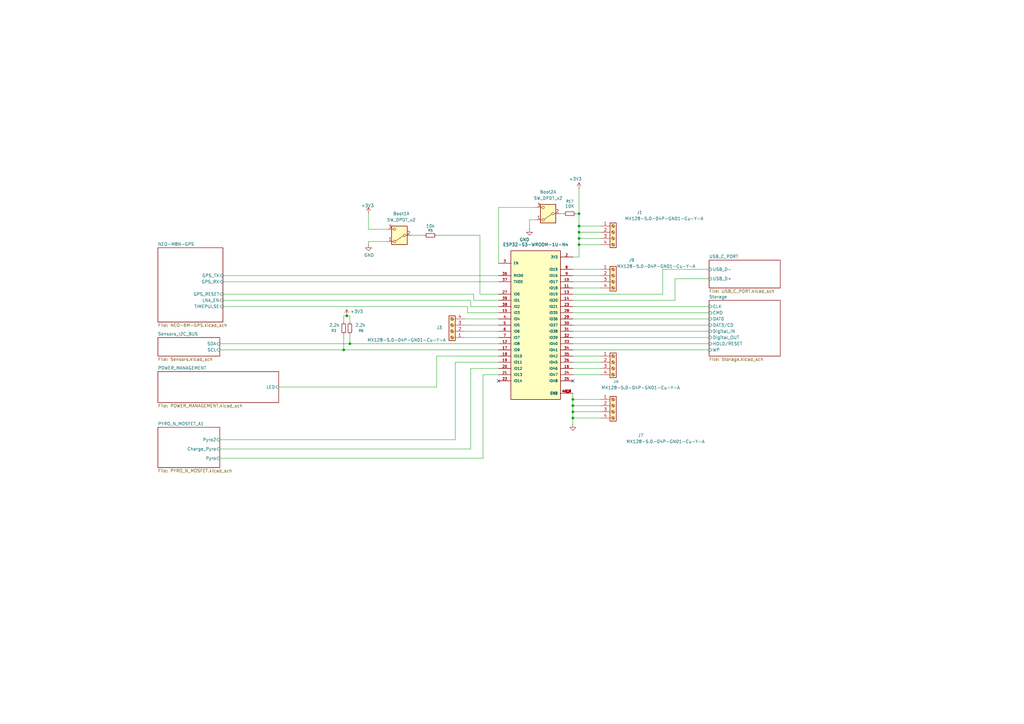
<source format=kicad_sch>
(kicad_sch (version 20250114) (generator "eeschema") (generator_version "9.0")
  (paper "A3")
  (title_block (title "Flight Computer") (date "2025-10-28") (rev "2.01") (company "TSK Rocket Labs"))
  (lib_symbols
    (symbol "Connector:Screw_Terminal_01x04" (pin_names (offset 1.016) (hide yes))
      (property "Reference" "J" (at 0 5.08 0))
      (property "Value" "Screw_Terminal_01x04" (at 0 -7.62 0))
      (symbol "Screw_Terminal_01x04_1_1"
        (rectangle (start -1.27 3.81) (end 1.27 -6.35) (stroke (width 0.254)) (fill (type background)))
        (polyline (pts (xy -0.5334 2.8702) (xy 0.3302 2.032)) (stroke (width 0.1524)))
        (polyline (pts (xy -0.5334 0.3302) (xy 0.3302 -0.508)) (stroke (width 0.1524)))
        (polyline (pts (xy -0.5334 -2.2098) (xy 0.3302 -3.048)) (stroke (width 0.1524)))
        (polyline (pts (xy -0.5334 -4.7498) (xy 0.3302 -5.588)) (stroke (width 0.1524)))
        (polyline (pts (xy -0.3556 3.048) (xy 0.508 2.2098)) (stroke (width 0.1524)))
        (polyline (pts (xy -0.3556 0.508) (xy 0.508 -0.3302)) (stroke (width 0.1524)))
        (polyline (pts (xy -0.3556 -2.032) (xy 0.508 -2.8702)) (stroke (width 0.1524)))
        (polyline (pts (xy -0.3556 -4.572) (xy 0.508 -5.4102)) (stroke (width 0.1524)))
        (circle (center 0 2.54) (radius 0.635) (stroke (width 0.1524)))
        (circle (center 0 0) (radius 0.635) (stroke (width 0.1524)))
        (circle (center 0 -2.54) (radius 0.635) (stroke (width 0.1524)))
        (circle (center 0 -5.08) (radius 0.635) (stroke (width 0.1524)))
        (pin passive line (at -5.08 2.54 0) (length 3.81) (name "Pin_1") (number "1"))
        (pin passive line (at -5.08 0 0) (length 3.81) (name "Pin_2") (number "2"))
        (pin passive line (at -5.08 -2.54 0) (length 3.81) (name "Pin_3") (number "3"))
        (pin passive line (at -5.08 -5.08 0) (length 3.81) (name "Pin_4") (number "4"))
      )
    )
    (symbol "Device:R_Small" (pin_numbers (hide yes)) (pin_names (offset 0.254) (hide yes))
      (property "Reference" "R" (at 0 0 90))
      (property "Value" "R_Small" (at 1.778 0 90))
      (symbol "R_Small_0_1"
        (rectangle (start -0.762 1.778) (end 0.762 -1.778) (stroke (width 0.2032)))
      )
      (symbol "R_Small_1_1"
        (pin passive line (at 0 2.54 270) (length 0.762) (name "~") (number "1"))
        (pin passive line (at 0 -2.54 90) (length 0.762) (name "~") (number "2"))
      )
    )
    (symbol "ESP32-S3-WROOM-1U:ESP32-S3-WROOM-1U" (pin_names (offset 1.016))
      (property "Reference" "U" (at -10.16 31.369 0))
      (property "Value" "ESP32-S3-WROOM-1U" (at -10.16 -33.02 0))
      (symbol "ESP32-S3-WROOM-1U_0_0"
        (rectangle (start -10.16 -30.48) (end 10.16 30.48) (stroke (width 0.254)) (fill (type background)))
        (pin input line (at -15.24 25.4 0) (length 5.08) (name "EN") (number "3"))
        (pin bidirectional line (at -15.24 20.32 0) (length 5.08) (name "RXD0") (number "36"))
        (pin bidirectional line (at -15.24 17.78 0) (length 5.08) (name "TXD0") (number "37"))
        (pin bidirectional line (at -15.24 12.7 0) (length 5.08) (name "IO0") (number "27"))
        (pin bidirectional line (at -15.24 10.16 0) (length 5.08) (name "IO1") (number "39"))
        (pin bidirectional line (at -15.24 7.62 0) (length 5.08) (name "IO2") (number "38"))
        (pin bidirectional line (at -15.24 5.08 0) (length 5.08) (name "IO3") (number "15"))
        (pin bidirectional line (at -15.24 2.54 0) (length 5.08) (name "IO4") (number "4"))
        (pin bidirectional line (at -15.24 0 0) (length 5.08) (name "IO5") (number "5"))
        (pin bidirectional line (at -15.24 -2.54 0) (length 5.08) (name "IO6") (number "6"))
        (pin bidirectional line (at -15.24 -5.08 0) (length 5.08) (name "IO7") (number "7"))
        (pin bidirectional line (at -15.24 -7.62 0) (length 5.08) (name "IO8") (number "12"))
        (pin bidirectional line (at -15.24 -10.16 0) (length 5.08) (name "IO9") (number "17"))
        (pin bidirectional line (at -15.24 -12.7 0) (length 5.08) (name "IO10") (number "18"))
        (pin bidirectional line (at -15.24 -15.24 0) (length 5.08) (name "IO11") (number "19"))
        (pin bidirectional line (at -15.24 -17.78 0) (length 5.08) (name "IO12") (number "20"))
        (pin bidirectional line (at -15.24 -20.32 0) (length 5.08) (name "IO13") (number "21"))
        (pin bidirectional line (at -15.24 -22.86 0) (length 5.08) (name "IO14") (number "22"))
        (pin power_in line (at 15.24 27.94 180) (length 5.08) (name "3V3") (number "2"))
        (pin bidirectional line (at 15.24 22.86 180) (length 5.08) (name "IO15") (number "8"))
        (pin bidirectional line (at 15.24 20.32 180) (length 5.08) (name "IO16") (number "9"))
        (pin bidirectional line (at 15.24 17.78 180) (length 5.08) (name "IO17") (number "10"))
        (pin bidirectional line (at 15.24 15.24 180) (length 5.08) (name "IO18") (number "11"))
        (pin bidirectional line (at 15.24 12.7 180) (length 5.08) (name "IO19") (number "13"))
        (pin bidirectional line (at 15.24 10.16 180) (length 5.08) (name "IO20") (number "14"))
        (pin bidirectional line (at 15.24 7.62 180) (length 5.08) (name "IO21") (number "23"))
        (pin bidirectional line (at 15.24 5.08 180) (length 5.08) (name "IO35") (number "28"))
        (pin bidirectional line (at 15.24 2.54 180) (length 5.08) (name "IO36") (number "29"))
        (pin bidirectional line (at 15.24 0 180) (length 5.08) (name "IO37") (number "30"))
        (pin bidirectional line (at 15.24 -2.54 180) (length 5.08) (name "IO38") (number "31"))
        (pin bidirectional line (at 15.24 -5.08 180) (length 5.08) (name "IO39") (number "32"))
        (pin bidirectional line (at 15.24 -7.62 180) (length 5.08) (name "IO40") (number "33"))
        (pin bidirectional line (at 15.24 -10.16 180) (length 5.08) (name "IO41") (number "34"))
        (pin bidirectional line (at 15.24 -12.7 180) (length 5.08) (name "IO42") (number "35"))
        (pin bidirectional line (at 15.24 -15.24 180) (length 5.08) (name "IO45") (number "26"))
        (pin bidirectional line (at 15.24 -17.78 180) (length 5.08) (name "IO46") (number "16"))
        (pin bidirectional line (at 15.24 -20.32 180) (length 5.08) (name "IO47") (number "24"))
        (pin bidirectional line (at 15.24 -22.86 180) (length 5.08) (name "IO48") (number "25"))
        (pin power_in line (at 15.24 -27.94 180) (length 5.08) (name "GND") (number "1"))
        (pin power_in line (at 15.24 -27.94 180) (length 5.08) (name "GND") (number "40"))
        (pin power_in line (at 15.24 -27.94 180) (length 5.08) (name "GND") (number "41_1"))
        (pin power_in line (at 15.24 -27.94 180) (length 5.08) (name "GND") (number "41_2"))
        (pin power_in line (at 15.24 -27.94 180) (length 5.08) (name "GND") (number "41_3"))
        (pin power_in line (at 15.24 -27.94 180) (length 5.08) (name "GND") (number "41_4"))
        (pin power_in line (at 15.24 -27.94 180) (length 5.08) (name "GND") (number "41_5"))
        (pin power_in line (at 15.24 -27.94 180) (length 5.08) (name "GND") (number "41_6"))
        (pin power_in line (at 15.24 -27.94 180) (length 5.08) (name "GND") (number "41_7"))
        (pin power_in line (at 15.24 -27.94 180) (length 5.08) (name "GND") (number "41_8"))
        (pin power_in line (at 15.24 -27.94 180) (length 5.08) (name "GND") (number "41_9"))
      )
    )
    (symbol "Switch:SW_DPDT_x2" (pin_names (offset 0) (hide yes))
      (property "Reference" "SW" (at 0 5.08 0))
      (property "Value" "SW_DPDT_x2" (at 0 -5.08 0))
      (symbol "SW_DPDT_x2_0_0"
        (circle (center -2.032 0) (radius 0.508))
        (circle (center 2.032 -2.54) (radius 0.508))
      )
      (symbol "SW_DPDT_x2_0_1"
        (rectangle (start -3.175 3.81) (end 3.175 -3.81) (stroke (width 0.254)) (fill (type background)))
        (polyline (pts (xy -1.524 0.254) (xy 1.5748 2.286)))
        (circle (center 2.032 2.54) (radius 0.508))
      )
      (symbol "SW_DPDT_x2_1_1"
        (pin passive line (at -5.08 0 0) (length 2.54) (name "B") (number "2"))
        (pin passive line (at 5.08 2.54 180) (length 2.54) (name "A") (number "1"))
        (pin passive line (at 5.08 -2.54 180) (length 2.54) (name "C") (number "3"))
      )
      (symbol "SW_DPDT_x2_2_1"
        (pin passive line (at -5.08 0 0) (length 2.54) (name "B") (number "5"))
        (pin passive line (at 5.08 2.54 180) (length 2.54) (name "A") (number "4"))
        (pin passive line (at 5.08 -2.54 180) (length 2.54) (name "C") (number "6"))
      )
    )
    (symbol "power:+3V3" (power) (pin_numbers (hide yes)) (pin_names (offset 0) (hide yes))
      (property "Value" "+3V3" (at 0 3.556 0))
      (symbol "+3V3_0_1"
        (polyline (pts (xy -0.762 1.27) (xy 0 2.54)))
        (polyline (pts (xy 0 2.54) (xy 0.762 1.27)))
        (polyline (pts (xy 0 0) (xy 0 2.54)))
      )
      (symbol "+3V3_1_1"
        (pin power_in line (at 0 0 90) (length 0) (name "~") (number "1"))
      )
    )
    (symbol "power:GND" (power) (pin_numbers (hide yes)) (pin_names (offset 0) (hide yes))
      (property "Value" "GND" (at 0 -3.81 0))
      (symbol "GND_0_1"
        (polyline (pts (xy 0 0) (xy 0 -1.27) (xy 1.27 -1.27) (xy 0 -2.54) (xy -1.27 -1.27) (xy 0 -1.27)))
      )
      (symbol "GND_1_1"
        (pin power_in line (at 0 0 270) (length 0) (name "~") (number "1"))
      )
    )
  )
  (junction (at 237.49 87.63))
  (junction (at 140.97 143.51))
  (junction (at 237.49 100.33))
  (junction (at 234.95 168.91))
  (junction (at 143.51 140.97))
  (junction (at 237.49 92.71))
  (junction (at 142.24 129.54))
  (junction (at 234.95 166.37))
  (junction (at 237.49 97.79))
  (junction (at 234.95 163.83))
  (junction (at 237.49 95.25))
  (junction (at 234.95 171.45))
  (no_connect (at 204.47 156.21))
  (no_connect (at 234.95 156.21))
  (wire (pts (xy 246.38 163.83) (xy 234.95 163.83)))
  (wire (pts (xy 196.85 120.65) (xy 204.47 120.65)))
  (wire (pts (xy 234.95 171.45) (xy 234.95 173.99)))
  (wire (pts (xy 91.44 123.19) (xy 193.04 123.19)))
  (wire (pts (xy 193.04 123.19) (xy 193.04 125.73)))
  (wire (pts (xy 191.77 125.73) (xy 91.44 125.73)))
  (wire (pts (xy 246.38 166.37) (xy 234.95 166.37)))
  (wire (pts (xy 237.49 77.47) (xy 237.49 87.63)))
  (wire (pts (xy 234.95 163.83) (xy 234.95 166.37)))
  (wire (pts (xy 143.51 129.54) (xy 143.51 132.08)))
  (wire (pts (xy 246.38 118.11) (xy 234.95 118.11)))
  (wire (pts (xy 234.95 128.27) (xy 290.83 128.27)))
  (wire (pts (xy 91.44 115.57) (xy 204.47 115.57)))
  (wire (pts (xy 246.38 92.71) (xy 237.49 92.71)))
  (wire (pts (xy 246.38 110.49) (xy 234.95 110.49)))
  (wire (pts (xy 234.95 143.51) (xy 290.83 143.51)))
  (wire (pts (xy 151.13 93.98) (xy 158.75 93.98)))
  (wire (pts (xy 204.47 85.09) (xy 219.71 85.09)))
  (wire (pts (xy 237.49 87.63) (xy 237.49 92.71)))
  (wire (pts (xy 237.49 95.25) (xy 237.49 97.79)))
  (wire (pts (xy 246.38 115.57) (xy 234.95 115.57)))
  (wire (pts (xy 246.38 95.25) (xy 237.49 95.25)))
  (wire (pts (xy 217.17 93.98) (xy 217.17 90.17)))
  (wire (pts (xy 179.07 158.75) (xy 179.07 146.05)))
  (wire (pts (xy 151.13 100.33) (xy 151.13 99.06)))
  (wire (pts (xy 140.97 129.54) (xy 142.24 129.54)))
  (wire (pts (xy 142.24 129.54) (xy 143.51 129.54)))
  (wire (pts (xy 236.22 87.63) (xy 237.49 87.63)))
  (wire (pts (xy 229.87 87.63) (xy 231.14 87.63)))
  (wire (pts (xy 271.78 120.65) (xy 271.78 110.49)))
  (wire (pts (xy 246.38 153.67) (xy 234.95 153.67)))
  (wire (pts (xy 190.5 138.43) (xy 204.47 138.43)))
  (wire (pts (xy 168.91 96.52) (xy 173.99 96.52)))
  (wire (pts (xy 143.51 137.16) (xy 143.51 140.97)))
  (wire (pts (xy 196.85 96.52) (xy 196.85 120.65)))
  (wire (pts (xy 140.97 132.08) (xy 140.97 129.54)))
  (wire (pts (xy 90.17 143.51) (xy 140.97 143.51)))
  (wire (pts (xy 276.86 114.3) (xy 276.86 123.19)))
  (wire (pts (xy 237.49 97.79) (xy 237.49 100.33)))
  (wire (pts (xy 186.69 180.34) (xy 186.69 148.59)))
  (wire (pts (xy 204.47 143.51) (xy 140.97 143.51)))
  (wire (pts (xy 246.38 146.05) (xy 234.95 146.05)))
  (wire (pts (xy 198.12 187.96) (xy 198.12 153.67)))
  (wire (pts (xy 276.86 114.3) (xy 290.83 114.3)))
  (wire (pts (xy 90.17 184.15) (xy 193.04 184.15)))
  (wire (pts (xy 246.38 171.45) (xy 234.95 171.45)))
  (wire (pts (xy 198.12 153.67) (xy 204.47 153.67)))
  (wire (pts (xy 217.17 90.17) (xy 219.71 90.17)))
  (wire (pts (xy 246.38 168.91) (xy 234.95 168.91)))
  (wire (pts (xy 234.95 120.65) (xy 271.78 120.65)))
  (wire (pts (xy 193.04 151.13) (xy 204.47 151.13)))
  (wire (pts (xy 234.95 138.43) (xy 290.83 138.43)))
  (wire (pts (xy 246.38 151.13) (xy 234.95 151.13)))
  (wire (pts (xy 237.49 92.71) (xy 237.49 95.25)))
  (wire (pts (xy 91.44 113.03) (xy 204.47 113.03)))
  (wire (pts (xy 204.47 128.27) (xy 191.77 128.27)))
  (wire (pts (xy 151.13 99.06) (xy 158.75 99.06)))
  (wire (pts (xy 190.5 135.89) (xy 204.47 135.89)))
  (wire (pts (xy 151.13 87.63) (xy 151.13 93.98)))
  (wire (pts (xy 234.95 140.97) (xy 290.83 140.97)))
  (wire (pts (xy 246.38 148.59) (xy 234.95 148.59)))
  (wire (pts (xy 246.38 97.79) (xy 237.49 97.79)))
  (wire (pts (xy 246.38 100.33) (xy 237.49 100.33)))
  (wire (pts (xy 246.38 113.03) (xy 234.95 113.03)))
  (wire (pts (xy 234.95 168.91) (xy 234.95 171.45)))
  (wire (pts (xy 204.47 140.97) (xy 143.51 140.97)))
  (wire (pts (xy 234.95 130.81) (xy 290.83 130.81)))
  (wire (pts (xy 204.47 123.19) (xy 194.31 123.19)))
  (wire (pts (xy 204.47 85.09) (xy 204.47 107.95)))
  (wire (pts (xy 90.17 140.97) (xy 143.51 140.97)))
  (wire (pts (xy 237.49 100.33) (xy 237.49 105.41)))
  (wire (pts (xy 190.5 130.81) (xy 204.47 130.81)))
  (wire (pts (xy 276.86 123.19) (xy 234.95 123.19)))
  (wire (pts (xy 234.95 161.29) (xy 234.95 163.83)))
  (wire (pts (xy 271.78 110.49) (xy 290.83 110.49)))
  (wire (pts (xy 234.95 135.89) (xy 290.83 135.89)))
  (wire (pts (xy 90.17 187.96) (xy 198.12 187.96)))
  (wire (pts (xy 186.69 148.59) (xy 204.47 148.59)))
  (wire (pts (xy 140.97 137.16) (xy 140.97 143.51)))
  (wire (pts (xy 193.04 125.73) (xy 204.47 125.73)))
  (wire (pts (xy 114.3 158.75) (xy 179.07 158.75)))
  (wire (pts (xy 190.5 133.35) (xy 204.47 133.35)))
  (wire (pts (xy 234.95 166.37) (xy 234.95 168.91)))
  (wire (pts (xy 234.95 133.35) (xy 290.83 133.35)))
  (wire (pts (xy 179.07 96.52) (xy 196.85 96.52)))
  (wire (pts (xy 179.07 146.05) (xy 204.47 146.05)))
  (wire (pts (xy 91.44 120.65) (xy 194.31 120.65)))
  (wire (pts (xy 191.77 128.27) (xy 191.77 125.73)))
  (wire (pts (xy 193.04 184.15) (xy 193.04 151.13)))
  (wire (pts (xy 234.95 105.41) (xy 237.49 105.41)))
  (wire (pts (xy 234.95 125.73) (xy 290.83 125.73)))
  (wire (pts (xy 194.31 120.65) (xy 194.31 123.19)))
  (wire (pts (xy 90.17 180.34) (xy 186.69 180.34)))
  (symbol (lib_id "Connector:Screw_Terminal_01x04") (at 251.46 113.03 0) (unit 1)
    (property "Reference" "J9" (at 257.81 106.68 0) (effects (justify left)))
    (property "Value" "MX128-5.0-04P-GN01-Cu-Y-A" (at 252.984 109.22 0) (effects (justify left)))
    (property "Footprint" "TerminalBlock:TerminalBlock_MaiXu_MX126-5.0-04P_1x04_P5.00mm" (effects (hide yes)))
    (property "Description" "Generic screw terminal, single row, 01x04, script generated (kicad-library-utils/schlib/autogen/connector/)" (effects (hide yes)))
  )
  (symbol (lib_id "power:+3V3") (at 142.24 129.54 0) (unit 1)
    (property "Reference" "#PWR030" (effects (hide yes)))
    (property "Value" "+3V3" (at 146.304 127.762 0))
    (property "Description" "Power symbol creates a global label with name \"+3V3\"" (effects (hide yes)))
  )
  (symbol (lib_id "ESP32-S3-WROOM-1U:ESP32-S3-WROOM-1U") (at 219.71 133.35 0) (unit 1)
    (property "Reference" "ESP32S3" (effects (hide yes)))
    (property "Value" "ESP32-S3-WROOM-1U-N4" (at 219.71 100.33 0))
    (property "Footprint" "RF_Module:ESP32-S3-WROOM-1U" (effects (hide yes)))
    (property "MF" "Espressif Systems" (effects (hide yes)))
    (property "MAXIMUM_PACKAGE_HEIGHT" "3.35mm" (effects (hide yes)))
    (property "Package" "SMD-41 Espressif Systems" (effects (hide yes)))
    (property "Price" "None" (effects (hide yes)))
    (property "Check_prices" "https://www.snapeda.com/parts/ESP32-S3-WROOM-1U/Espressif+Systems/view-part/?ref=eda" (effects (hide yes)))
    (property "STANDARD" "Manufacturer Recommendations" (effects (hide yes)))
    (property "PARTREV" "v0.6" (effects (hide yes)))
    (property "SnapEDA_Link" "https://www.snapeda.com/parts/ESP32-S3-WROOM-1U/Espressif+Systems/view-part/?ref=snap" (effects (hide yes)))
    (property "MP" "ESP32-S3-WROOM-1U" (effects (hide yes)))
    (property "Description_1" "2.4 GHz Wi-Fi (802.11 b/g/n) and Bluetooth 5 (LE) module" (effects (hide yes)))
    (property "Availability" "Not in stock" (effects (hide yes)))
    (property "MANUFACTURER" "Espressif" (effects (hide yes)))
  )
  (symbol (lib_id "Connector:Screw_Terminal_01x04") (at 251.46 166.37 0) (unit 1)
    (property "Reference" "J7" (at 261.62 178.562 0) (effects (justify left)))
    (property "Value" "MX128-5.0-04P-GN01-Cu-Y-A" (at 256.794 181.102 0) (effects (justify left)))
    (property "Footprint" "TerminalBlock:TerminalBlock_MaiXu_MX126-5.0-04P_1x04_P5.00mm" (effects (hide yes)))
    (property "Description" "Generic screw terminal, single row, 01x04, script generated (kicad-library-utils/schlib/autogen/connector/)" (effects (hide yes)))
  )
  (symbol (lib_id "power:+3V3") (at 151.13 87.63 0) (unit 1)
    (property "Reference" "#PWR024" (effects (hide yes)))
    (property "Value" "+3V3" (at 148.082 84.328 0) (effects (justify left)))
    (property "Description" "Power symbol creates a global label with name \"+3V3\"" (effects (hide yes)))
  )
  (symbol (lib_id "power:+3V3") (at 237.49 77.47 0) (unit 1)
    (property "Reference" "#PWR020" (effects (hide yes)))
    (property "Value" "+3V3" (at 235.966 73.406 0))
    (property "Description" "Power symbol creates a global label with name \"+3V3\"" (effects (hide yes)))
  )
  (symbol (lib_id "Connector:Screw_Terminal_01x04") (at 251.46 95.25 0) (unit 1)
    (property "Reference" "J1" (at 261.112 87.122 0) (effects (justify left)))
    (property "Value" "MX128-5.0-04P-GN01-Cu-Y-A" (at 256.286 89.662 0) (effects (justify left)))
    (property "Footprint" "TerminalBlock:TerminalBlock_MaiXu_MX126-5.0-04P_1x04_P5.00mm" (effects (hide yes)))
    (property "Description" "Generic screw terminal, single row, 01x04, script generated (kicad-library-utils/schlib/autogen/connector/)" (effects (hide yes)))
  )
  (symbol (lib_id "Connector:Screw_Terminal_01x04") (at 185.42 135.89 180) (unit 1)
    (property "Reference" "J3" (at 181.356 134.366 0) (effects (justify left)))
    (property "Value" "MX128-5.0-04P-GN01-Cu-Y-A" (at 182.88 139.446 0) (effects (justify left)))
    (property "Footprint" "TerminalBlock:TerminalBlock_MaiXu_MX126-5.0-04P_1x04_P5.00mm" (effects (hide yes)))
    (property "Description" "Generic screw terminal, single row, 01x04, script generated (kicad-library-utils/schlib/autogen/connector/)" (effects (hide yes)))
  )
  (symbol (lib_id "Connector:Screw_Terminal_01x04") (at 251.46 148.59 0) (unit 1)
    (property "Reference" "J4" (at 251.46 156.464 0) (effects (justify left)))
    (property "Value" "MX128-5.0-04P-GN01-Cu-Y-A" (at 246.634 159.004 0) (effects (justify left)))
    (property "Footprint" "TerminalBlock:TerminalBlock_MaiXu_MX126-5.0-04P_1x04_P5.00mm" (effects (hide yes)))
    (property "Description" "Generic screw terminal, single row, 01x04, script generated (kicad-library-utils/schlib/autogen/connector/)" (effects (hide yes)))
  )
  (symbol (lib_id "Device:R_Small") (at 140.97 134.62 180) (unit 1)
    (property "Reference" "R3" (at 136.906 135.636 0) (effects (font (size 1.016 1.016))))
    (property "Value" "2.2k" (at 137.16 133.35 0))
    (property "Footprint" "Resistor:R0402" (effects (hide yes)))
    (property "Description" "Resistor, small symbol" (effects (hide yes)))
  )
  (symbol (lib_id "Device:R_Small") (at 176.53 96.52 90) (unit 1)
    (property "Reference" "R5" (at 176.53 94.488 90) (effects (font (size 1.016 1.016))))
    (property "Value" "10k" (at 176.53 92.71 90))
    (property "Footprint" "Resistor:R0402" (effects (hide yes)))
    (property "Description" "Resistor, small symbol" (effects (hide yes)))
  )
  (symbol (lib_id "Device:R_Small") (at 233.68 87.63 90) (unit 1)
    (property "Reference" "R17" (at 233.68 82.55 90) (effects (font (size 1.016 1.016))))
    (property "Value" "10K" (at 233.68 84.582 90))
    (property "Footprint" "Resistor:R0402" (effects (hide yes)))
    (property "Description" "Resistor, small symbol" (effects (hide yes)))
  )
  (symbol (lib_id "power:GND") (at 234.95 173.99 0) (unit 1)
    (property "Reference" "#PWR02" (effects (hide yes)))
    (property "Value" "GND" (effects (hide yes)))
    (property "Description" "Power symbol creates a global label with name \"GND\" , ground" (effects (hide yes)))
  )
  (symbol (lib_id "power:GND") (at 217.17 93.98 0) (unit 1)
    (property "Reference" "#PWR057" (effects (hide yes)))
    (property "Value" "GND" (at 217.17 98.298 0) (effects (justify right)))
    (property "Description" "Power symbol creates a global label with name \"GND\" , ground" (effects (hide yes)))
  )
  (symbol (lib_id "Switch:SW_DPDT_x2") (at 224.79 87.63 180) (unit 1)
    (property "Reference" "Boot2" (at 224.79 78.74 0))
    (property "Value" "SW_DPDT_x2" (at 224.79 81.28 0))
    (property "Footprint" "Button_Switch_SMD:SW_DPDT_CK_JS202011JCQN" (effects (hide yes)))
    (property "Description" "Switch, dual pole double throw, separate symbols" (effects (hide yes)))
  )
  (symbol (lib_id "power:GND") (at 151.13 100.33 0) (unit 1)
    (property "Reference" "#PWR023" (effects (hide yes)))
    (property "Value" "GND" (at 153.416 104.648 0) (effects (justify right)))
    (property "Description" "Power symbol creates a global label with name \"GND\" , ground" (effects (hide yes)))
  )
  (symbol (lib_id "Switch:SW_DPDT_x2") (at 163.83 96.52 180) (unit 1)
    (property "Reference" "Boot1" (at 164.592 87.63 0))
    (property "Value" "SW_DPDT_x2" (at 164.592 90.17 0))
    (property "Footprint" "Button_Switch_SMD:SW_DPDT_CK_JS202011JCQN" (effects (hide yes)))
    (property "Description" "Switch, dual pole double throw, separate symbols" (effects (hide yes)))
  )
  (symbol (lib_id "Device:R_Small") (at 143.51 134.62 180) (unit 1)
    (property "Reference" "R6" (at 148.082 135.636 0) (effects (font (size 1.016 1.016))))
    (property "Value" "2.2k" (at 147.828 133.35 0))
    (property "Footprint" "Resistor:R0402" (effects (hide yes)))
    (property "Description" "Resistor, small symbol" (effects (hide yes)))
  )
  (sheet (at 64.77 138.43) (size 25.4 7.62) (stroke (width 0.1524))
    (property "Sheetname" "Sensors_I2C_BUS" (at 64.77 137.7184 0) (effects (justify left bottom)))
    (property "Sheetfile" "Sensors.kicad_sch" (at 64.77 146.6346 0) (effects (justify left top)))
    (pin "SCL" input (at 90.17 143.51 0))
    (pin "SDA" input (at 90.17 140.97 0))
  )
  (sheet (at 290.83 106.68) (size 29.21 11.43) (stroke (width 0.1524))
    (property "Sheetname" "USB_C_PORT" (at 290.83 105.9684 0) (effects (justify left bottom)))
    (property "Sheetfile" "USB_C_PORT.kicad_sch" (at 290.83 118.6946 0) (effects (justify left top)))
    (pin "USB_D+" input (at 290.83 114.3 180))
    (pin "USB_D-" input (at 290.83 110.49 180))
  )
  (sheet (at 64.77 152.4) (size 49.53 12.7) (stroke (width 0.1524))
    (property "Sheetname" "POWER_MANAGEMENT" (at 64.77 151.6884 0) (effects (justify left bottom)))
    (property "Sheetfile" "POWER_MANAGEMENT.kicad_sch" (at 64.77 165.6846 0) (effects (justify left top)))
    (pin "LED" input (at 114.3 158.75 0))
  )
  (sheet (at 290.83 123.19) (size 29.21 22.86) (stroke (width 0.1524))
    (property "Sheetname" "Storage" (at 290.83 122.4784 0) (effects (justify left bottom)))
    (property "Sheetfile" "Storage.kicad_sch" (at 290.83 146.6346 0) (effects (justify left top)))
    (pin "CLK" input (at 290.83 125.73 180))
    (pin "CMD" input (at 290.83 128.27 180))
    (pin "DAT0" input (at 290.83 130.81 180))
    (pin "DAT3{slash}CD" input (at 290.83 133.35 180))
    (pin "Digital_IN" input (at 290.83 135.89 180))
    (pin "Digital_OUT" input (at 290.83 138.43 180))
    (pin "HOLD{slash}RESET" input (at 290.83 140.97 180))
    (pin "WP" input (at 290.83 143.51 180))
  )
  (sheet (at 64.77 175.26) (size 25.4 16.51) (stroke (width 0.1524))
    (property "Sheetname" "PYRO_N_MOSFET_A1" (at 64.77 174.5484 0) (effects (justify left bottom)))
    (property "Sheetfile" "PYRO_N_MOSFET.kicad_sch" (at 64.77 192.3546 0) (effects (justify left top)))
    (pin "Pyro" input (at 90.17 187.96 0))
    (pin "Charge_Pyro" input (at 90.17 184.15 0))
    (pin "Pyro2" input (at 90.17 180.34 0))
  )
  (sheet (at 64.77 101.6) (size 26.67 30.48) (stroke (width 0.1524))
    (property "Sheetname" "NEO-M8N-GPS" (at 64.77 100.8884 0) (effects (justify left bottom)))
    (property "Sheetfile" "NEO-6M-GPS.kicad_sch" (at 64.77 132.6646 0) (effects (justify left top)))
    (pin "TIMEPULSE" input (at 91.44 125.73 0))
    (pin "GPS_RESET" input (at 91.44 120.65 0))
    (pin "GPS_RX" input (at 91.44 115.57 0))
    (pin "GPS_TX" input (at 91.44 113.03 0))
    (pin "LNA_EN" input (at 91.44 123.19 0))
  )
)
</source>
